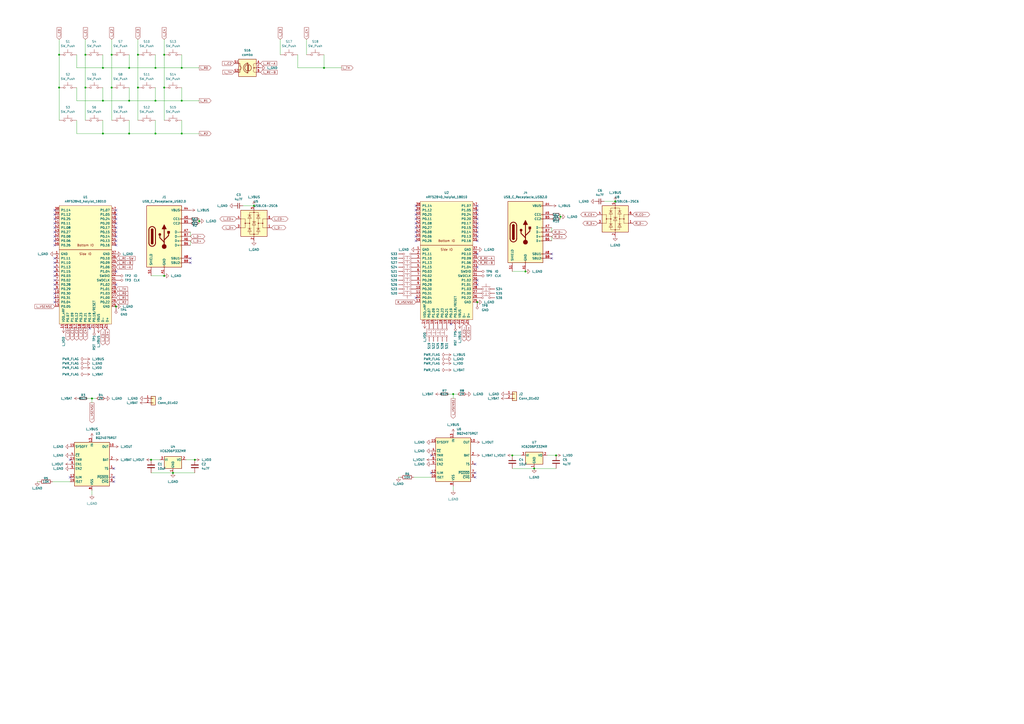
<source format=kicad_sch>
(kicad_sch (version 20211123) (generator eeschema)
  (paper "A2")
  (junction (at 87.63 266.7))
  (junction (at 74.93 77.47))
  (junction (at 64.77 31.75))
  (junction (at 34.29 50.8))
  (junction (at 59.69 39.37))
  (junction (at 74.93 39.37))
  (junction (at 59.69 77.47))
  (junction (at 304.8 157.48))
  (junction (at 356.87 116.84))
  (junction (at 80.01 50.8))
  (junction (at 59.69 58.42))
  (junction (at 325.12 125.73))
  (junction (at 322.58 264.16))
  (junction (at 49.53 50.8))
  (junction (at 80.01 31.75))
  (junction (at 53.34 231.14))
  (junction (at 90.17 39.37))
  (junction (at 74.93 58.42))
  (junction (at 34.29 31.75))
  (junction (at 113.03 266.7))
  (junction (at 49.53 31.75))
  (junction (at 297.18 264.16))
  (junction (at 187.96 39.37))
  (junction (at 90.17 77.47))
  (junction (at 147.32 119.38))
  (junction (at 95.25 50.8))
  (junction (at 90.17 58.42))
  (junction (at 105.41 58.42))
  (junction (at 115.57 128.27))
  (junction (at 100.33 274.32))
  (junction (at 105.41 39.37))
  (junction (at 105.41 77.47))
  (junction (at 64.77 50.8))
  (junction (at 95.25 31.75))
  (junction (at 67.31 177.8))
  (junction (at 309.88 271.78))
  (junction (at 95.25 160.02))
  (junction (at 262.89 228.6))
  (junction (at 276.86 175.26))
  (no_connect (at 276.86 121.92))
  (no_connect (at 66.04 271.78))
  (no_connect (at 276.86 139.7))
  (no_connect (at 276.86 137.16))
  (no_connect (at 276.86 154.94))
  (no_connect (at 31.75 121.92))
  (no_connect (at 276.86 162.56))
  (no_connect (at 276.86 129.54))
  (no_connect (at 276.86 119.38))
  (no_connect (at 241.3 127))
  (no_connect (at 241.3 124.46))
  (no_connect (at 276.86 134.62))
  (no_connect (at 67.31 157.48))
  (no_connect (at 67.31 165.1))
  (no_connect (at 31.75 157.48))
  (no_connect (at 31.75 160.02))
  (no_connect (at 31.75 165.1))
  (no_connect (at 31.75 162.56))
  (no_connect (at 31.75 154.94))
  (no_connect (at 31.75 175.26))
  (no_connect (at 31.75 149.86))
  (no_connect (at 31.75 172.72))
  (no_connect (at 31.75 170.18))
  (no_connect (at 31.75 167.64))
  (no_connect (at 52.07 190.5))
  (no_connect (at 241.3 139.7))
  (no_connect (at 275.59 276.86))
  (no_connect (at 275.59 274.32))
  (no_connect (at 275.59 269.24))
  (no_connect (at 320.04 149.86))
  (no_connect (at 250.19 264.16))
  (no_connect (at 241.3 172.72))
  (no_connect (at 67.31 121.92))
  (no_connect (at 241.3 132.08))
  (no_connect (at 110.49 152.4))
  (no_connect (at 110.49 149.86))
  (no_connect (at 31.75 152.4))
  (no_connect (at 241.3 119.38))
  (no_connect (at 276.86 147.32))
  (no_connect (at 320.04 147.32))
  (no_connect (at 276.86 165.1))
  (no_connect (at 40.64 276.86))
  (no_connect (at 66.04 276.86))
  (no_connect (at 66.04 279.4))
  (no_connect (at 241.3 137.16))
  (no_connect (at 276.86 127))
  (no_connect (at 31.75 137.16))
  (no_connect (at 31.75 134.62))
  (no_connect (at 31.75 139.7))
  (no_connect (at 31.75 142.24))
  (no_connect (at 31.75 124.46))
  (no_connect (at 31.75 132.08))
  (no_connect (at 31.75 129.54))
  (no_connect (at 31.75 127))
  (no_connect (at 67.31 124.46))
  (no_connect (at 67.31 134.62))
  (no_connect (at 67.31 137.16))
  (no_connect (at 67.31 127))
  (no_connect (at 67.31 129.54))
  (no_connect (at 67.31 132.08))
  (no_connect (at 67.31 142.24))
  (no_connect (at 67.31 139.7))
  (no_connect (at 40.64 266.7))
  (no_connect (at 250.19 274.32))
  (no_connect (at 276.86 132.08))
  (no_connect (at 276.86 124.46))
  (no_connect (at 261.62 187.96))
  (no_connect (at 241.3 134.62))
  (no_connect (at 241.3 121.92))
  (no_connect (at 241.3 129.54))
  (wire (pts (xy 265.43 228.6) (xy 262.89 228.6)))
  (wire (pts (xy 240.03 276.86) (xy 250.19 276.86)))
  (wire (pts (xy 115.57 127) (xy 115.57 128.27)))
  (wire (pts (xy 74.93 31.75) (xy 74.93 39.37)))
  (wire (pts (xy 53.34 287.02) (xy 53.34 284.48)))
  (wire (pts (xy 49.53 22.86) (xy 49.53 31.75)))
  (wire (pts (xy 44.45 58.42) (xy 59.69 58.42)))
  (wire (pts (xy 59.69 58.42) (xy 74.93 58.42)))
  (wire (pts (xy 320.04 132.08) (xy 320.04 134.62)))
  (wire (pts (xy 95.25 31.75) (xy 95.25 50.8)))
  (wire (pts (xy 107.95 266.7) (xy 113.03 266.7)))
  (wire (pts (xy 44.45 77.47) (xy 59.69 77.47)))
  (wire (pts (xy 59.69 31.75) (xy 59.69 39.37)))
  (wire (pts (xy 90.17 77.47) (xy 105.41 77.47)))
  (wire (pts (xy 162.56 22.86) (xy 162.56 31.75)))
  (wire (pts (xy 187.96 39.37) (xy 198.12 39.37)))
  (wire (pts (xy 262.89 284.48) (xy 262.89 281.94)))
  (wire (pts (xy 140.97 119.38) (xy 147.32 119.38)))
  (wire (pts (xy 297.18 157.48) (xy 304.8 157.48)))
  (wire (pts (xy 30.48 279.4) (xy 40.64 279.4)))
  (wire (pts (xy 64.77 50.8) (xy 64.77 69.85)))
  (wire (pts (xy 34.29 31.75) (xy 34.29 50.8)))
  (wire (pts (xy 309.88 271.78) (xy 322.58 271.78)))
  (wire (pts (xy 350.52 116.84) (xy 356.87 116.84)))
  (wire (pts (xy 64.77 22.86) (xy 64.77 31.75)))
  (wire (pts (xy 100.33 274.32) (xy 113.03 274.32)))
  (wire (pts (xy 110.49 139.7) (xy 110.49 142.24)))
  (wire (pts (xy 262.89 228.6) (xy 260.35 228.6)))
  (wire (pts (xy 325.12 124.46) (xy 325.12 125.73)))
  (wire (pts (xy 59.69 50.8) (xy 59.69 58.42)))
  (wire (pts (xy 177.8 22.86) (xy 177.8 31.75)))
  (wire (pts (xy 105.41 31.75) (xy 105.41 39.37)))
  (wire (pts (xy 74.93 39.37) (xy 59.69 39.37)))
  (wire (pts (xy 64.77 31.75) (xy 64.77 50.8)))
  (wire (pts (xy 105.41 69.85) (xy 105.41 77.47)))
  (wire (pts (xy 21.59 279.4) (xy 22.86 279.4)))
  (wire (pts (xy 320.04 137.16) (xy 320.04 139.7)))
  (wire (pts (xy 325.12 125.73) (xy 325.12 127)))
  (wire (pts (xy 59.69 69.85) (xy 59.69 77.47)))
  (wire (pts (xy 87.63 160.02) (xy 95.25 160.02)))
  (wire (pts (xy 110.49 134.62) (xy 110.49 137.16)))
  (wire (pts (xy 187.96 31.75) (xy 187.96 39.37)))
  (wire (pts (xy 59.69 39.37) (xy 44.45 39.37)))
  (wire (pts (xy 74.93 58.42) (xy 90.17 58.42)))
  (wire (pts (xy 105.41 77.47) (xy 115.57 77.47)))
  (wire (pts (xy 90.17 39.37) (xy 74.93 39.37)))
  (wire (pts (xy 231.14 276.86) (xy 232.41 276.86)))
  (wire (pts (xy 90.17 31.75) (xy 90.17 39.37)))
  (wire (pts (xy 53.34 231.14) (xy 50.8 231.14)))
  (wire (pts (xy 105.41 58.42) (xy 115.57 58.42)))
  (wire (pts (xy 87.63 266.7) (xy 92.71 266.7)))
  (wire (pts (xy 53.34 231.14) (xy 53.34 233.68)))
  (wire (pts (xy 55.88 231.14) (xy 53.34 231.14)))
  (wire (pts (xy 80.01 50.8) (xy 80.01 69.85)))
  (wire (pts (xy 44.45 50.8) (xy 44.45 58.42)))
  (wire (pts (xy 105.41 39.37) (xy 115.57 39.37)))
  (wire (pts (xy 115.57 128.27) (xy 115.57 129.54)))
  (wire (pts (xy 87.63 274.32) (xy 100.33 274.32)))
  (wire (pts (xy 90.17 69.85) (xy 90.17 77.47)))
  (wire (pts (xy 90.17 50.8) (xy 90.17 58.42)))
  (wire (pts (xy 80.01 22.86) (xy 80.01 31.75)))
  (wire (pts (xy 59.69 77.47) (xy 74.93 77.47)))
  (wire (pts (xy 95.25 50.8) (xy 95.25 69.85)))
  (wire (pts (xy 34.29 50.8) (xy 34.29 69.85)))
  (wire (pts (xy 44.45 69.85) (xy 44.45 77.47)))
  (wire (pts (xy 105.41 39.37) (xy 90.17 39.37)))
  (wire (pts (xy 172.72 31.75) (xy 172.72 39.37)))
  (wire (pts (xy 74.93 69.85) (xy 74.93 77.47)))
  (wire (pts (xy 105.41 50.8) (xy 105.41 58.42)))
  (wire (pts (xy 74.93 77.47) (xy 90.17 77.47)))
  (wire (pts (xy 297.18 264.16) (xy 302.26 264.16)))
  (wire (pts (xy 80.01 31.75) (xy 80.01 50.8)))
  (wire (pts (xy 172.72 39.37) (xy 187.96 39.37)))
  (wire (pts (xy 49.53 31.75) (xy 49.53 50.8)))
  (wire (pts (xy 34.29 22.86) (xy 34.29 31.75)))
  (wire (pts (xy 44.45 31.75) (xy 44.45 39.37)))
  (wire (pts (xy 90.17 58.42) (xy 105.41 58.42)))
  (wire (pts (xy 317.5 264.16) (xy 322.58 264.16)))
  (wire (pts (xy 74.93 50.8) (xy 74.93 58.42)))
  (wire (pts (xy 95.25 22.86) (xy 95.25 31.75)))
  (wire (pts (xy 262.89 228.6) (xy 262.89 231.14)))
  (wire (pts (xy 297.18 271.78) (xy 309.88 271.78)))
  (wire (pts (xy 49.53 50.8) (xy 49.53 69.85)))
  (global_label "L_R1" (shape output) (at 115.57 58.42 0) (property "Intersheet References" "${INTERSHEET_REFS}" (effects hide)))
  (global_label "L_TH" (shape output) (at 198.12 39.37 0) (property "Intersheet References" "${INTERSHEET_REFS}" (effects hide)))
  (global_label "R_CD-" (shape bidirectional) (at 269.24 187.96 270) (property "Intersheet References" "${INTERSHEET_REFS}" (effects hide)))
  (global_label "R_CD+" (shape bidirectional) (at 346.71 124.46 180) (property "Intersheet References" "${INTERSHEET_REFS}" (effects hide)))
  (global_label "L_C2" (shape input) (at 135.89 36.83 180) (property "Intersheet References" "${INTERSHEET_REFS}" (effects hide)))
  (global_label "L_D+" (shape bidirectional) (at 137.16 132.08 180) (property "Intersheet References" "${INTERSHEET_REFS}" (effects hide)))
  (global_label "L_TH" (shape input) (at 67.31 167.64 0) (property "Intersheet References" "${INTERSHEET_REFS}" (effects hide)))
  (global_label "L_VSENSE" (shape output) (at 262.89 231.14 270) (property "Intersheet References" "${INTERSHEET_REFS}" (effects hide)))
  (global_label "R_D+" (shape bidirectional) (at 346.71 129.54 180) (property "Intersheet References" "${INTERSHEET_REFS}" (effects hide)))
  (global_label "L_R0" (shape output) (at 115.57 39.37 0) (property "Intersheet References" "${INTERSHEET_REFS}" (effects hide)))
  (global_label "R_D-" (shape bidirectional) (at 320.04 134.62 0) (property "Intersheet References" "${INTERSHEET_REFS}" (effects hide)))
  (global_label "R_D+" (shape bidirectional) (at 320.04 137.2962 0) (property "Intersheet References" "${INTERSHEET_REFS}" (effects hide)))
  (global_label "R_D-" (shape bidirectional) (at 367.03 129.54 0) (property "Intersheet References" "${INTERSHEET_REFS}" (effects hide)))
  (global_label "R_RE-B" (shape input) (at 276.86 152.4 0) (property "Intersheet References" "${INTERSHEET_REFS}" (effects hide)))
  (global_label "L_VSENSE" (shape output) (at 53.34 233.68 270) (property "Intersheet References" "${INTERSHEET_REFS}" (effects hide)))
  (global_label "L_R2" (shape output) (at 115.57 77.47 0) (property "Intersheet References" "${INTERSHEET_REFS}" (effects hide)))
  (global_label "L_CD+" (shape bidirectional) (at 137.16 127 180) (property "Intersheet References" "${INTERSHEET_REFS}" (effects hide)))
  (global_label "L_C0" (shape output) (at 39.37 190.5 270) (property "Intersheet References" "${INTERSHEET_REFS}" (effects hide)))
  (global_label "R_VSENSE" (shape input) (at 241.3 175.26 180) (property "Intersheet References" "${INTERSHEET_REFS}" (effects hide)))
  (global_label "L_C2" (shape input) (at 64.77 22.86 90) (property "Intersheet References" "${INTERSHEET_REFS}" (effects hide)))
  (global_label "L_C4" (shape output) (at 49.53 190.5 270) (property "Intersheet References" "${INTERSHEET_REFS}" (effects hide)))
  (global_label "L_C3" (shape input) (at 162.56 22.86 90) (property "Intersheet References" "${INTERSHEET_REFS}" (effects hide)))
  (global_label "L_CD-" (shape bidirectional) (at 157.48 127 0) (property "Intersheet References" "${INTERSHEET_REFS}" (effects hide)))
  (global_label "L_R1" (shape input) (at 67.31 172.72 0) (property "Intersheet References" "${INTERSHEET_REFS}" (effects hide)))
  (global_label "L_R2" (shape input) (at 67.31 175.26 0) (property "Intersheet References" "${INTERSHEET_REFS}" (effects hide)))
  (global_label "L_RE-A" (shape input) (at 151.13 36.83 0) (property "Intersheet References" "${INTERSHEET_REFS}" (effects hide)))
  (global_label "L_VSENSE" (shape input) (at 31.75 177.8 180) (property "Intersheet References" "${INTERSHEET_REFS}" (effects hide)))
  (global_label "R_RE-A" (shape input) (at 276.86 149.86 0) (property "Intersheet References" "${INTERSHEET_REFS}" (effects hide)))
  (global_label "L_TH" (shape input) (at 135.89 41.91 180) (property "Intersheet References" "${INTERSHEET_REFS}" (effects hide)))
  (global_label "L_C0" (shape input) (at 34.29 22.86 90) (property "Intersheet References" "${INTERSHEET_REFS}" (effects hide)))
  (global_label "L_C3" (shape output) (at 46.99 190.5 270) (property "Intersheet References" "${INTERSHEET_REFS}" (effects hide)))
  (global_label "L_C4" (shape input) (at 177.8 22.86 90) (property "Intersheet References" "${INTERSHEET_REFS}" (effects hide)))
  (global_label "R_CD+" (shape bidirectional) (at 271.78 187.96 270) (property "Intersheet References" "${INTERSHEET_REFS}" (effects hide)))
  (global_label "L_R0" (shape input) (at 67.31 170.18 0) (property "Intersheet References" "${INTERSHEET_REFS}" (effects hide)))
  (global_label "L_RE-SW" (shape input) (at 67.31 149.86 0) (property "Intersheet References" "${INTERSHEET_REFS}" (effects hide)))
  (global_label "L_RE-B" (shape input) (at 67.31 152.4 0) (property "Intersheet References" "${INTERSHEET_REFS}" (effects hide)))
  (global_label "L_RE-A" (shape input) (at 67.31 154.94 0) (property "Intersheet References" "${INTERSHEET_REFS}" (effects hide)))
  (global_label "L_C2" (shape output) (at 44.45 190.5 270) (property "Intersheet References" "${INTERSHEET_REFS}" (effects hide)))
  (global_label "R_CD-" (shape bidirectional) (at 367.03 124.46 0) (property "Intersheet References" "${INTERSHEET_REFS}" (effects hide)))
  (global_label "L_C4" (shape input) (at 95.25 22.86 90) (property "Intersheet References" "${INTERSHEET_REFS}" (effects hide)))
  (global_label "L_RE-B" (shape input) (at 151.13 41.91 0) (property "Intersheet References" "${INTERSHEET_REFS}" (effects hide)))
  (global_label "L_C3" (shape input) (at 80.01 22.86 90) (property "Intersheet References" "${INTERSHEET_REFS}" (effects hide)))
  (global_label "L_D+" (shape bidirectional) (at 110.49 139.8362 0) (property "Intersheet References" "${INTERSHEET_REFS}" (effects hide)))
  (global_label "L_C1" (shape output) (at 41.91 190.5 270) (property "Intersheet References" "${INTERSHEET_REFS}" (effects hide)))
  (global_label "L_CD+" (shape bidirectional) (at 62.23 190.5 270) (property "Intersheet References" "${INTERSHEET_REFS}" (effects hide)))
  (global_label "L_CD-" (shape bidirectional) (at 59.69 190.5 270) (property "Intersheet References" "${INTERSHEET_REFS}" (effects hide)))
  (global_label "L_D-" (shape bidirectional) (at 157.48 132.08 0) (property "Intersheet References" "${INTERSHEET_REFS}" (effects hide)))
  (global_label "L_C1" (shape input) (at 49.53 22.86 90) (property "Intersheet References" "${INTERSHEET_REFS}" (effects hide)))
  (global_label "L_D-" (shape bidirectional) (at 110.49 137.16 0) (property "Intersheet References" "${INTERSHEET_REFS}" (effects hide)))
  (symbol (lib_id "neopower:L_VBUS") (at 49.53 208.28 270) (mirror x) (unit 1)
    (property "Reference" "#PWR019" (effects hide))
    (property "Value" "L_VBUS" (at 53.34 208.2801 90) (effects (justify left)))
  )
  (symbol (lib_id "neopower:L_GND") (at 276.86 175.26 90) (unit 1)
    (property "Reference" "#PWR049" (effects hide))
    (property "Value" "R_GND" (at 280.67 175.2599 90) (effects (justify right)))
  )
  (symbol (lib_id "Switch:SW_Push") (at 236.22 160.02 180) (unit 1)
    (property "Reference" "S32" (at 228.6 160.02 0))
    (property "Value" "SW_Push" (effects hide))
    (property "Footprint" "switches:Choc_PG1350_Choc_Spacing" (effects hide))
  )
  (symbol (lib_id "neopower:L_VBUS") (at 320.04 119.38 270) (unit 1)
    (property "Reference" "#PWR055" (effects hide))
    (property "Value" "R_VBUS" (at 323.85 119.3799 90) (effects (justify left)))
  )
  (symbol (lib_id "neopower:L_GND") (at 309.88 271.78 0) (unit 1)
    (property "Reference" "#PWR054" (effects hide))
    (property "Value" "R_GND" (at 309.88 276.86 0))
  )
  (symbol (lib_id "neopower:L_VBAT") (at 49.53 217.17 270) (unit 1)
    (property "Reference" "#PWR022" (effects hide))
    (property "Value" "L_VBAT" (at 53.34 217.1699 90) (effects (justify left)))
  )
  (symbol (lib_id "power:PWR_FLAG") (at 49.53 208.28 90) (unit 1)
    (property "Reference" "#FLG01" (effects hide))
    (property "Value" "PWR_FLAG" (at 45.72 208.2799 90) (effects (justify left)))
  )
  (symbol (lib_id "power:PWR_FLAG") (at 49.53 217.17 90) (unit 1)
    (property "Reference" "#FLG04" (effects hide))
    (property "Value" "PWR_FLAG" (at 45.72 217.1699 90) (effects (justify left)))
  )
  (symbol (lib_id "Device:R_Small") (at 58.42 231.14 270) (unit 1)
    (property "Reference" "R4" (at 58.42 229.235 90))
    (property "Value" "2M" (at 58.42 231.14 90))
    (property "Footprint" "Resistor_SMD:R_0805_2012Metric_Pad1.20x1.40mm_HandSolder" (effects hide))
  )
  (symbol (lib_id "marbastlib-various:nRF52840_holyiot_18010") (at 259.08 151.13 0) (unit 1)
    (property "Reference" "U2" (at 259.08 111.76 0))
    (property "Value" "nRF52840_holyiot_18010" (at 259.08 114.3 0))
    (property "Footprint" "marbastlib-various:nRF52840_holyiot_18010_HS_simple" (effects hide))
    (property "Datasheet" "http://www.holyiot.com/tp/2019042516322180424.pdf" (effects hide))
  )
  (symbol (lib_id "neopower:L_VBAT") (at 293.37 231.14 90) (unit 1)
    (property "Reference" "#PWR051" (effects hide))
    (property "Value" "R_VBAT" (at 289.56 231.1399 90) (effects (justify left)))
  )
  (symbol (lib_id "power:PWR_FLAG") (at 259.08 205.74 90) (unit 1)
    (property "Reference" "#FLG05" (effects hide))
    (property "Value" "PWR_FLAG" (at 255.27 205.7399 90) (effects (justify left)))
  )
  (symbol (lib_id "Switch:SW_Push") (at 236.22 147.32 180) (unit 1)
    (property "Reference" "S33" (at 228.6 147.32 0))
    (property "Value" "SW_Push" (effects hide))
    (property "Footprint" "switches:Choc_PG1350_Choc_Spacing" (effects hide))
  )
  (symbol (lib_id "Switch:SW_Push") (at 54.61 31.75 0) (unit 1)
    (property "Reference" "S4" (at 54.61 24.13 0))
    (property "Value" "SW_Push" (at 54.61 26.67 0))
    (property "Footprint" "reee:Choc_PG1350_Tight" (effects hide))
  )
  (symbol (lib_id "neopower:L_VBUS") (at 53.34 254 0) (unit 1)
    (property "Reference" "#PWR06" (effects hide))
    (property "Value" "L_VBUS" (at 53.34 248.92 0))
  )
  (symbol (lib_id "neopower:L_VBUS") (at 57.15 190.5 180) (unit 1)
    (property "Reference" "#PWR015" (effects hide))
    (property "Value" "L_VBUS" (at 57.15 198.12 90))
  )
  (symbol (lib_id "Device:R") (at 236.22 276.86 90) (mirror x) (unit 1)
    (property "Reference" "R6" (at 236.22 274.955 90))
    (property "Value" "10K" (at 236.22 276.86 90))
    (property "Footprint" "Resistor_SMD:R_0805_2012Metric_Pad1.20x1.40mm_HandSolder" (effects hide))
  )
  (symbol (lib_id "Switch:SW_Push") (at 39.37 50.8 0) (unit 1)
    (property "Reference" "S2" (at 39.37 43.18 0))
    (property "Value" "SW_Push" (at 39.37 45.72 0))
    (property "Footprint" "reee:Choc_PG1350_Tight" (effects hide))
  )
  (symbol (lib_id "neopower:L_VOUT") (at 275.59 256.54 270) (unit 1)
    (property "Reference" "#PWR046" (effects hide))
    (property "Value" "R_VOUT" (at 279.4 256.5399 90) (effects (justify left)))
  )
  (symbol (lib_id "Connector:TestPoint_Alt") (at 276.86 157.48 270) (unit 1)
    (property "Reference" "TP6" (at 281.94 157.48 90) (effects (justify left)))
    (property "Value" "IO" (at 287.02 157.48 90) (effects (justify left)))
    (property "Footprint" "TestPoint:TestPoint_Pad_2.0x2.0mm" (effects hide))
  )
  (symbol (lib_id "Device:R") (at 26.67 279.4 90) (mirror x) (unit 1)
    (property "Reference" "R5" (at 26.67 277.495 90))
    (property "Value" "10K" (at 26.67 279.4 90))
    (property "Footprint" "Resistor_SMD:R_0805_2012Metric_Pad1.20x1.40mm_HandSolder" (effects hide))
  )
  (symbol (lib_id "neopower:L_VBUS") (at 147.32 119.38 0) (unit 1)
    (property "Reference" "#PWR026" (effects hide))
    (property "Value" "L_VBUS" (at 147.32 114.3 0))
  )
  (symbol (lib_id "Switch:SW_Push") (at 182.88 31.75 0) (unit 1)
    (property "Reference" "S18" (at 182.88 24.13 0))
    (property "Value" "SW_Push" (at 182.88 26.67 0))
    (property "Footprint" "reee:Choc_PG1350_Tight" (effects hide))
  )
  (symbol (lib_id "neopower:L_GND") (at 250.19 261.62 270) (unit 1)
    (property "Reference" "#PWR034" (effects hide))
    (property "Value" "R_GND" (at 246.38 261.6199 90) (effects (justify right)))
  )
  (symbol (lib_id "Switch:SW_Push") (at 248.92 193.04 90) (mirror x) (unit 1)
    (property "Reference" "S19" (at 248.92 200.66 0))
    (property "Value" "SW_Push" (effects hide))
    (property "Footprint" "switches:Choc_PG1350_Choc_Spacing" (effects hide))
  )
  (symbol (lib_id "Device:C_Small") (at 138.43 119.38 90) (unit 1)
    (property "Reference" "C3" (at 138.4363 113.03 90))
    (property "Value" "4u7F" (at 138.4363 115.57 90))
    (property "Footprint" "Capacitor_SMD:C_0805_2012Metric_Pad1.18x1.45mm_HandSolder" (effects hide))
  )
  (symbol (lib_id "Regulator_Linear:XC6206PxxxMR") (at 309.88 264.16 0) (unit 1)
    (property "Reference" "U7" (at 309.88 256.54 0))
    (property "Value" "XC6206P332MR" (at 309.88 259.08 0))
    (property "Footprint" "Package_TO_SOT_SMD:SOT-23" (effects hide))
    (property "Datasheet" "https://www.torexsemi.com/file/xc6206/XC6206.pdf" (effects hide))
  )
  (symbol (lib_id "Connector:TestPoint_Alt") (at 276.86 160.02 270) (unit 1)
    (property "Reference" "TP7" (at 281.94 160.02 90) (effects (justify left)))
    (property "Value" "CLK" (at 287.02 160.02 90) (effects (justify left)))
    (property "Footprint" "TestPoint:TestPoint_Pad_2.0x2.0mm" (effects hide))
  )
  (symbol (lib_id "marbastlib-various:nRF52840_holyiot_18010") (at 49.53 153.67 0) (unit 1)
    (property "Reference" "U1" (at 49.53 114.3 0))
    (property "Value" "nRF52840_holyiot_18010" (at 49.53 116.84 0))
    (property "Footprint" "marbastlib-various:nRF52840_holyiot_18010_HS_simple" (effects hide))
    (property "Datasheet" "http://www.holyiot.com/tp/2019042516322180424.pdf" (effects hide))
  )
  (symbol (lib_id "neopower:L_GND") (at 31.75 147.32 270) (unit 1)
    (property "Reference" "#PWR03" (effects hide))
    (property "Value" "L_GND" (at 27.94 147.3199 90) (effects (justify right)))
  )
  (symbol (lib_id "neopower:L_GND") (at 60.96 231.14 90) (unit 1)
    (property "Reference" "#PWR0101" (effects hide))
    (property "Value" "L_GND" (at 64.77 231.1399 90) (effects (justify right)))
  )
  (symbol (lib_id "Device:C") (at 113.03 270.51 0) (unit 1)
    (property "Reference" "C2" (at 116.84 269.2399 0) (effects (justify left)))
    (property "Value" "4u7F" (at 116.84 271.7799 0) (effects (justify left)))
    (property "Footprint" "Capacitor_SMD:C_0805_2012Metric_Pad1.18x1.45mm_HandSolder" (effects hide))
  )
  (symbol (lib_id "Device:R_Small") (at 113.03 127 270) (unit 1)
    (property "Reference" "R1" (at 113.03 128.27 90))
    (property "Value" "5K1" (at 113.03 127 90))
    (property "Footprint" "Resistor_SMD:R_0805_2012Metric_Pad1.20x1.40mm_HandSolder" (effects hide))
  )
  (symbol (lib_id "neopower:L_GND") (at 250.19 256.54 270) (unit 1)
    (property "Reference" "#PWR033" (effects hide))
    (property "Value" "R_GND" (at 246.38 256.5399 90) (effects (justify right)))
  )
  (symbol (lib_id "neopower:L_VBAT") (at 83.82 233.68 90) (unit 1)
    (property "Reference" "#PWR029" (effects hide))
    (property "Value" "L_VBAT" (at 80.01 233.6799 90) (effects (justify left)))
  )
  (symbol (lib_id "Switch:SW_Push") (at 69.85 69.85 0) (unit 1)
    (property "Reference" "S9" (at 69.85 62.23 0))
    (property "Value" "SW_Push" (at 69.85 64.77 0))
    (property "Footprint" "reee:Choc_PG1350_Tight" (effects hide))
  )
  (symbol (lib_id "neopower:L_GND") (at 95.25 160.02 90) (unit 1)
    (property "Reference" "#PWR05" (effects hide))
    (property "Value" "L_GND" (at 99.06 160.0199 90) (effects (justify right)))
  )
  (symbol (lib_id "Device:C") (at 297.18 267.97 0) (unit 1)
    (property "Reference" "C4" (at 300.99 266.6999 0) (effects (justify left)))
    (property "Value" "10uF" (at 300.99 269.2399 0) (effects (justify left)))
    (property "Footprint" "Capacitor_SMD:C_0805_2012Metric_Pad1.18x1.45mm_HandSolder" (effects hide))
  )
  (symbol (lib_id "neopower:L_GND") (at 293.37 228.6 270) (unit 1)
    (property "Reference" "#PWR050" (effects hide))
    (property "Value" "R_GND" (at 289.56 228.5999 90) (effects (justify right)))
  )
  (symbol (lib_id "neopower:L_GND") (at 40.64 271.78 270) (unit 1)
    (property "Reference" "#PWR013" (effects hide))
    (property "Value" "L_GND" (at 36.83 271.7799 90) (effects (justify right)))
  )
  (symbol (lib_id "neopower:L_VOUT") (at 87.63 266.7 90) (unit 1)
    (property "Reference" "#PWR023" (effects hide))
    (property "Value" "L_VOUT" (at 83.82 266.6999 90) (effects (justify left)))
  )
  (symbol (lib_id "neopower:L_GND") (at 100.33 274.32 0) (unit 1)
    (property "Reference" "#PWR025" (effects hide))
    (property "Value" "L_GND" (at 100.33 279.4 0))
  )
  (symbol (lib_id "Switch:SW_Push") (at 236.22 162.56 180) (unit 1)
    (property "Reference" "S29" (at 228.6 162.56 0))
    (property "Value" "SW_Push" (effects hide))
    (property "Footprint" "switches:Choc_PG1350_Choc_Spacing" (effects hide))
  )
  (symbol (lib_id "Device:C") (at 87.63 270.51 0) (unit 1)
    (property "Reference" "C1" (at 91.44 269.2399 0) (effects (justify left)))
    (property "Value" "10uF" (at 91.44 271.7799 0) (effects (justify left)))
    (property "Footprint" "Capacitor_SMD:C_0805_2012Metric_Pad1.18x1.45mm_HandSolder" (effects hide))
  )
  (symbol (lib_id "neopower:L_GND") (at 67.31 177.8 90) (unit 1)
    (property "Reference" "#PWR09" (effects hide))
    (property "Value" "L_GND" (at 71.12 177.7999 90) (effects (justify right)))
  )
  (symbol (lib_id "Switch:SW_Push") (at 85.09 50.8 0) (unit 1)
    (property "Reference" "S11" (at 85.09 43.18 0))
    (property "Value" "SW_Push" (at 85.09 45.72 0))
    (property "Footprint" "reee:Choc_PG1350_Tight" (effects hide))
  )
  (symbol (lib_id "Power_Protection:USBLC6-2SC6") (at 356.87 127 0) (mirror y) (unit 1)
    (property "Reference" "U8" (at 356.6413 114.3 0) (effects (justify right)))
    (property "Value" "USBLC6-2SC6" (at 356.6413 116.84 0) (effects (justify right)))
    (property "Footprint" "Package_TO_SOT_SMD:SOT-23-6" (effects hide))
    (property "Datasheet" "https://www.st.com/resource/en/datasheet/usblc6-2.pdf" (effects hide))
  )
  (symbol (lib_id "neopower:L_GND") (at 259.08 208.28 90) (mirror x) (unit 1)
    (property "Reference" "#PWR039" (effects hide))
    (property "Value" "R_GND" (at 262.89 208.2799 90) (effects (justify right)))
  )
  (symbol (lib_id "Connector:TestPoint_Alt") (at 276.86 175.26 180) (unit 1)
    (property "Reference" "TP8" (at 279.4 177.2919 0) (effects (justify right)))
    (property "Value" "GND" (at 279.4 179.8319 0) (effects (justify right)))
    (property "Footprint" "TestPoint:TestPoint_Pad_2.0x2.0mm" (effects hide))
  )
  (symbol (lib_id "Connector:USB_C_Receptacle_USB2.0") (at 95.25 137.16 0) (unit 1)
    (property "Reference" "J1" (at 95.25 114.3 0))
    (property "Value" "USB_C_Receptacle_USB2.0" (at 95.25 116.84 0))
    (property "Footprint" "marbastlib-various:USB_C_Receptacle_HRO_TYPE-C-31-M-14" (effects hide))
    (property "Datasheet" "https://www.usb.org/sites/default/files/documents/usb_type-c.zip" (effects hide))
  )
  (symbol (lib_id "neopower:L_GND") (at 250.19 269.24 270) (unit 1)
    (property "Reference" "#PWR036" (effects hide))
    (property "Value" "R_GND" (at 246.38 269.2399 90) (effects (justify right)))
  )
  (symbol (lib_id "neopower:L_VBUS") (at 259.08 205.74 270) (mirror x) (unit 1)
    (property "Reference" "#PWR038" (effects hide))
    (property "Value" "R_VBUS" (at 262.89 205.7399 90) (effects (justify left)))
  )
  (symbol (lib_id "Battery_Management:BQ24075RGT") (at 53.34 269.24 0) (unit 1)
    (property "Reference" "U3" (at 55.3594 251.46 0) (effects (justify left)))
    (property "Value" "BQ24075RGT" (at 55.3594 254 0) (effects (justify left)))
    (property "Footprint" "Package_DFN_QFN:VQFN-16-1EP_3x3mm_P0.5mm_EP1.68x1.68mm_ThermalVias" (effects hide))
    (property "Datasheet" "http://www.ti.com/lit/ds/symlink/bq24075.pdf" (effects hide))
  )
  (symbol (lib_id "neopower:L_GND") (at 21.59 279.4 0) (mirror y) (unit 1)
    (property "Reference" "#PWR016" (effects hide))
    (property "Value" "L_GND" (at 21.59 283.21 0))
  )
  (symbol (lib_id "Switch:SW_Push") (at 39.37 31.75 0) (unit 1)
    (property "Reference" "S1" (at 39.37 24.13 0))
    (property "Value" "SW_Push" (at 39.37 26.67 0))
    (property "Footprint" "reee:Choc_PG1350_Tight" (effects hide))
  )
  (symbol (lib_id "Switch:SW_Push") (at 54.61 50.8 0) (unit 1)
    (property "Reference" "S5" (at 54.61 43.18 0))
    (property "Value" "SW_Push" (at 54.61 45.72 0))
    (property "Footprint" "reee:Choc_PG1350_Tight" (effects hide))
  )
  (symbol (lib_id "Switch:SW_Push") (at 69.85 31.75 0) (unit 1)
    (property "Reference" "S7" (at 69.85 24.13 0))
    (property "Value" "SW_Push" (at 69.85 26.67 0))
    (property "Footprint" "reee:Choc_PG1350_Tight" (effects hide))
  )
  (symbol (lib_id "Device:R_Small") (at 48.26 231.14 90) (unit 1)
    (property "Reference" "R3" (at 48.26 229.235 90))
    (property "Value" "802K" (at 48.26 231.14 90))
    (property "Footprint" "Resistor_SMD:R_0805_2012Metric_Pad1.20x1.40mm_HandSolder" (effects hide))
  )
  (symbol (lib_id "neopower:L_VOUT") (at 40.64 269.24 90) (unit 1)
    (property "Reference" "#PWR012" (effects hide))
    (property "Value" "L_VOUT" (at 36.83 269.2399 90) (effects (justify left)))
  )
  (symbol (lib_id "Switch:SW_Push") (at 236.22 157.48 180) (unit 1)
    (property "Reference" "S21" (at 228.6 157.48 0))
    (property "Value" "SW_Push" (effects hide))
    (property "Footprint" "switches:Choc_PG1350_Choc_Spacing" (effects hide))
  )
  (symbol (lib_id "Connector:TestPoint_Alt") (at 67.31 177.8 180) (unit 1)
    (property "Reference" "TP4" (at 69.85 179.8319 0) (effects (justify right)))
    (property "Value" "GND" (at 69.85 182.3719 0) (effects (justify right)))
    (property "Footprint" "TestPoint:TestPoint_Pad_2.0x2.0mm" (effects hide))
  )
  (symbol (lib_id "neopower:L_GND") (at 231.14 276.86 0) (mirror y) (unit 1)
    (property "Reference" "#PWR017" (effects hide))
    (property "Value" "R_GND" (at 231.14 280.67 0))
  )
  (symbol (lib_id "Switch:SW_Push") (at 100.33 50.8 0) (unit 1)
    (property "Reference" "S14" (at 100.33 43.18 0))
    (property "Value" "SW_Push" (at 100.33 45.72 0))
    (property "Footprint" "reee:Choc_PG1350_Tight" (effects hide))
  )
  (symbol (lib_id "Switch:SW_Push") (at 236.22 165.1 180) (unit 1)
    (property "Reference" "S26" (at 228.6 165.1 0))
    (property "Value" "SW_Push" (effects hide))
    (property "Footprint" "switches:Choc_PG1350_Choc_Spacing" (effects hide))
  )
  (symbol (lib_id "Connector_Generic:Conn_01x02") (at 88.9 231.14 0) (unit 1)
    (property "Reference" "J3" (at 91.44 231.1399 0) (effects (justify left)))
    (property "Value" "Conn_01x02" (at 91.44 233.6799 0) (effects (justify left)))
    (property "Footprint" "Connector_JST:JST_PH_S2B-PH-K_1x02_P2.00mm_Horizontal" (effects hide))
  )
  (symbol (lib_id "Switch:SW_Push") (at 100.33 31.75 0) (unit 1)
    (property "Reference" "S13" (at 100.33 24.13 0))
    (property "Value" "SW_Push" (at 100.33 26.67 0))
    (property "Footprint" "reee:Choc_PG1350_Tight" (effects hide))
  )
  (symbol (lib_id "neopower:L_GND") (at 262.89 284.48 0) (unit 1)
    (property "Reference" "#PWR043" (effects hide))
    (property "Value" "R_GND" (at 262.89 289.56 0))
  )
  (symbol (lib_id "Switch:SW_Push") (at 281.94 170.18 0) (unit 1)
    (property "Reference" "S35" (at 289.56 170.18 0))
    (property "Value" "SW_Push" (effects hide))
    (property "Footprint" "switches:Choc_PG1350_Choc_Spacing" (effects hide))
  )
  (symbol (lib_id "neopower:L_VBUS") (at 266.7 187.96 180) (unit 1)
    (property "Reference" "#PWR044" (effects hide))
    (property "Value" "R_VBUS" (at 266.7 195.58 90))
  )
  (symbol (lib_id "neopower:L_VOUT") (at 250.19 266.7 90) (unit 1)
    (property "Reference" "#PWR035" (effects hide))
    (property "Value" "R_VOUT" (at 246.38 266.6999 90) (effects (justify left)))
  )
  (symbol (lib_id "Switch:SW_Push") (at 251.46 193.04 90) (mirror x) (unit 1)
    (property "Reference" "S22" (at 251.46 200.66 0))
    (property "Value" "SW_Push" (effects hide))
    (property "Footprint" "switches:Choc_PG1350_Choc_Spacing" (effects hide))
  )
  (symbol (lib_id "power:PWR_FLAG") (at 259.08 208.28 90) (unit 1)
    (property "Reference" "#FLG06" (effects hide))
    (property "Value" "PWR_FLAG" (at 255.27 208.2799 90) (effects (justify left)))
  )
  (symbol (lib_id "neopower:L_VOUT") (at 66.04 259.08 270) (unit 1)
    (property "Reference" "#PWR08" (effects hide))
    (property "Value" "L_VOUT" (at 69.85 259.0799 90) (effects (justify left)))
  )
  (symbol (lib_id "neopower:L_GND") (at 325.12 125.73 90) (unit 1)
    (property "Reference" "#PWR057" (effects hide))
    (property "Value" "R_GND" (at 328.93 125.7299 90) (effects (justify right)))
  )
  (symbol (lib_id "neopower:L_VDD") (at 36.83 190.5 180) (unit 1)
    (property "Reference" "#PWR014" (effects hide))
    (property "Value" "L_VDD" (at 36.83 198.12 90))
  )
  (symbol (lib_id "Device:RotaryEncoder_Switch") (at 143.51 39.37 0) (mirror y) (unit 1)
    (property "Reference" "S16" (at 143.51 29.21 0))
    (property "Value" "combo" (at 143.51 31.75 0))
    (property "Footprint" "reee:Choc_PG1350_Tight__EVQWGD001__Combo" (effects hide))
  )
  (symbol (lib_id "neopower:L_VDD") (at 49.53 213.36 270) (mirror x) (unit 1)
    (property "Reference" "#PWR021" (effects hide))
    (property "Value" "L_VDD" (at 53.34 213.3601 90) (effects (justify left)))
  )
  (symbol (lib_id "neopower:L_GND") (at 270.51 228.6 90) (unit 1)
    (property "Reference" "#PWR045" (effects hide))
    (property "Value" "R_GND" (at 274.32 228.5999 90) (effects (justify right)))
  )
  (symbol (lib_id "neopower:L_GND") (at 40.64 264.16 270) (unit 1)
    (property "Reference" "#PWR010" (effects hide))
    (property "Value" "L_GND" (at 36.83 264.1599 90) (effects (justify right)))
  )
  (symbol (lib_id "neopower:L_GND") (at 276.86 144.78 90) (unit 1)
    (property "Reference" "#PWR048" (effects hide))
    (property "Value" "R_GND" (at 280.67 144.7799 90) (effects (justify right)))
  )
  (symbol (lib_id "neopower:L_GND") (at 147.32 139.7 0) (unit 1)
    (property "Reference" "#PWR027" (effects hide))
    (property "Value" "L_GND" (at 147.32 144.78 0))
  )
  (symbol (lib_id "neopower:L_VBAT") (at 275.59 264.16 270) (unit 1)
    (property "Reference" "#PWR047" (effects hide))
    (property "Value" "R_VBAT" (at 279.4 264.1599 90) (effects (justify left)))
  )
  (symbol (lib_id "Device:C_Small") (at 347.98 116.84 90) (unit 1)
    (property "Reference" "C6" (at 347.9863 110.49 90))
    (property "Value" "4u7F" (at 347.9863 113.03 90))
    (property "Footprint" "Capacitor_SMD:C_0805_2012Metric_Pad1.18x1.45mm_HandSolder" (effects hide))
  )
  (symbol (lib_id "neopower:L_GND") (at 115.57 128.27 90) (unit 1)
    (property "Reference" "#PWR02" (effects hide))
    (property "Value" "L_GND" (at 119.38 128.2699 90) (effects (justify right)))
  )
  (symbol (lib_id "Connector:USB_C_Receptacle_USB2.0") (at 304.8 134.62 0) (unit 1)
    (property "Reference" "J4" (at 304.8 111.76 0))
    (property "Value" "USB_C_Receptacle_USB2.0" (at 304.8 114.3 0))
    (property "Footprint" "marbastlib-various:USB_C_Receptacle_HRO_TYPE-C-31-M-14" (effects hide))
    (property "Datasheet" "https://www.usb.org/sites/default/files/documents/usb_type-c.zip" (effects hide))
  )
  (symbol (lib_id "neopower:L_VBAT") (at 66.04 266.7 270) (unit 1)
    (property "Reference" "#PWR011" (effects hide))
    (property "Value" "L_VBAT" (at 69.85 266.6999 90) (effects (justify left)))
  )
  (symbol (lib_id "neopower:L_VDD") (at 259.08 210.82 270) (mirror x) (unit 1)
    (property "Reference" "#PWR040" (effects hide))
    (property "Value" "R_VDD" (at 262.89 210.8199 90) (effects (justify left)))
  )
  (symbol (lib_id "power:PWR_FLAG") (at 259.08 210.82 90) (unit 1)
    (property "Reference" "#FLG07" (effects hide))
    (property "Value" "PWR_FLAG" (at 255.27 210.8199 90) (effects (justify left)))
  )
  (symbol (lib_id "Battery_Management:BQ24075RGT") (at 262.89 266.7 0) (unit 1)
    (property "Reference" "U6" (at 264.9094 248.92 0) (effects (justify left)))
    (property "Value" "BQ24075RGT" (at 264.9094 251.46 0) (effects (justify left)))
    (property "Footprint" "Package_DFN_QFN:VQFN-16-1EP_3x3mm_P0.5mm_EP1.68x1.68mm_ThermalVias" (effects hide))
    (property "Datasheet" "http://www.ti.com/lit/ds/symlink/bq24075.pdf" (effects hide))
  )
  (symbol (lib_id "neopower:L_GND") (at 49.53 210.82 90) (mirror x) (unit 1)
    (property "Reference" "#PWR020" (effects hide))
    (property "Value" "L_GND" (at 53.34 210.8201 90) (effects (justify right)))
  )
  (symbol (lib_id "neopower:L_VBUS") (at 262.89 251.46 0) (unit 1)
    (property "Reference" "#PWR042" (effects hide))
    (property "Value" "R_VBUS" (at 262.89 246.38 0))
  )
  (symbol (lib_id "neopower:L_VDD") (at 246.38 187.96 180) (unit 1)
    (property "Reference" "#PWR032" (effects hide))
    (property "Value" "R_VDD" (at 246.38 195.58 90))
  )
  (symbol (lib_id "neopower:L_VBAT") (at 255.27 228.6 90) (unit 1)
    (property "Reference" "#PWR037" (effects hide))
    (property "Value" "R_VBAT" (at 251.46 228.5999 90) (effects (justify left)))
  )
  (symbol (lib_id "power:PWR_FLAG") (at 49.53 213.36 90) (unit 1)
    (property "Reference" "#FLG03" (effects hide))
    (property "Value" "PWR_FLAG" (at 45.72 213.3599 90) (effects (justify left)))
  )
  (symbol (lib_id "neopower:L_GND") (at 83.82 231.14 270) (unit 1)
    (property "Reference" "#PWR028" (effects hide))
    (property "Value" "L_GND" (at 80.01 231.1399 90) (effects (justify right)))
  )
  (symbol (lib_id "Switch:SW_Push") (at 54.61 69.85 0) (unit 1)
    (property "Reference" "S6" (at 54.61 62.23 0))
    (property "Value" "SW_Push" (at 54.61 64.77 0))
    (property "Footprint" "reee:Choc_PG1350_Tight" (effects hide))
  )
  (symbol (lib_id "Power_Protection:USBLC6-2SC6") (at 147.32 129.54 0) (mirror y) (unit 1)
    (property "Reference" "U5" (at 147.0913 116.84 0) (effects (justify right)))
    (property "Value" "USBLC6-2SC6" (at 147.0913 119.38 0) (effects (justify right)))
    (property "Footprint" "Package_TO_SOT_SMD:SOT-23-6" (effects hide))
    (property "Datasheet" "https://www.st.com/resource/en/datasheet/usblc6-2.pdf" (effects hide))
  )
  (symbol (lib_id "neopower:L_VBAT") (at 259.08 214.63 270) (unit 1)
    (property "Reference" "#PWR041" (effects hide))
    (property "Value" "R_VBAT" (at 262.89 214.6299 90) (effects (justify left)))
  )
  (symbol (lib_id "neopower:L_VOUT") (at 297.18 264.16 90) (unit 1)
    (property "Reference" "#PWR052" (effects hide))
    (property "Value" "R_VOUT" (at 293.37 264.1599 90) (effects (justify left)))
  )
  (symbol (lib_id "neopower:L_VBUS") (at 356.87 116.84 0) (unit 1)
    (property "Reference" "#PWR059" (effects hide))
    (property "Value" "R_VBUS" (at 356.87 111.76 0))
  )
  (symbol (lib_id "Switch:SW_Push") (at 236.22 149.86 180) (unit 1)
    (property "Reference" "S30" (at 228.6 149.86 0))
    (property "Value" "SW_Push" (effects hide))
    (property "Footprint" "switches:Choc_PG1350_Choc_Spacing" (effects hide))
  )
  (symbol (lib_id "Switch:SW_Push") (at 259.08 193.04 90) (mirror x) (unit 1)
    (property "Reference" "S31" (at 259.08 200.66 0))
    (property "Value" "SW_Push" (effects hide))
    (property "Footprint" "switches:Choc_PG1350_Choc_Spacing" (effects hide))
  )
  (symbol (lib_id "neopower:L_VDD") (at 113.03 266.7 270) (unit 1)
    (property "Reference" "#PWR024" (effects hide))
    (property "Value" "L_VDD" (at 116.84 266.6999 90) (effects (justify left)))
  )
  (symbol (lib_id "neopower:L_GND") (at 151.13 39.37 90) (mirror x) (unit 1)
    (property "Reference" "#PWR0103" (effects hide))
    (property "Value" "L_GND" (at 154.94 39.3699 90) (effects (justify right)))
  )
  (symbol (lib_id "Regulator_Linear:XC6206PxxxMR") (at 100.33 266.7 0) (unit 1)
    (property "Reference" "U4" (at 100.33 259.08 0))
    (property "Value" "XC6206P332MR" (at 100.33 261.62 0))
    (property "Footprint" "Package_TO_SOT_SMD:SOT-23" (effects hide))
    (property "Datasheet" "https://www.torexsemi.com/file/xc6206/XC6206.pdf" (effects hide))
  )
  (symbol (lib_id "Device:R_Small") (at 257.81 228.6 90) (unit 1)
    (property "Reference" "R7" (at 257.81 226.695 90))
    (property "Value" "802K" (at 257.81 228.6 90))
    (property "Footprint" "Resistor_SMD:R_0805_2012Metric_Pad1.20x1.40mm_HandSolder" (effects hide))
  )
  (symbol (lib_id "Switch:SW_Push") (at 236.22 170.18 180) (unit 1)
    (property "Reference" "S20" (at 228.6 170.18 0))
    (property "Value" "SW_Push" (effects hide))
    (property "Footprint" "switches:Choc_PG1350_Choc_Spacing" (effects hide))
  )
  (symbol (lib_id "Switch:SW_Push") (at 281.94 167.64 0) (unit 1)
    (property "Reference" "S34" (at 289.56 167.64 0))
    (property "Value" "SW_Push" (effects hide))
    (property "Footprint" "switches:Choc_PG1350_Choc_Spacing" (effects hide))
  )
  (symbol (lib_id "neopower:L_GND") (at 241.3 144.78 270) (unit 1)
    (property "Reference" "#PWR031" (effects hide))
    (property "Value" "R_GND" (at 231.14 144.78 90) (effects (justify left)))
  )
  (symbol (lib_id "Switch:SW_Push") (at 254 193.04 90) (mirror x) (unit 1)
    (property "Reference" "S25" (at 254 200.66 0))
    (property "Value" "SW_Push" (effects hide))
    (property "Footprint" "switches:Choc_PG1350_Choc_Spacing" (effects hide))
  )
  (symbol (lib_id "neopower:L_VBAT") (at 45.72 231.14 90) (unit 1)
    (property "Reference" "#PWR0102" (effects hide))
    (property "Value" "L_VBAT" (at 41.91 231.1399 90) (effects (justify left)))
  )
  (symbol (lib_id "Switch:SW_Push") (at 256.54 193.04 90) (mirror x) (unit 1)
    (property "Reference" "S28" (at 256.54 200.66 0))
    (property "Value" "SW_Push" (effects hide))
    (property "Footprint" "switches:Choc_PG1350_Choc_Spacing" (effects hide))
  )
  (symbol (lib_id "Switch:SW_Push") (at 236.22 152.4 180) (unit 1)
    (property "Reference" "S27" (at 228.6 152.4 0))
    (property "Value" "SW_Push" (effects hide))
    (property "Footprint" "switches:Choc_PG1350_Choc_Spacing" (effects hide))
  )
  (symbol (lib_id "Switch:SW_Push") (at 39.37 69.85 0) (unit 1)
    (property "Reference" "S3" (at 39.37 62.23 0))
    (property "Value" "SW_Push" (at 39.37 64.77 0))
    (property "Footprint" "reee:Choc_PG1350_Tight" (effects hide))
  )
  (symbol (lib_id "neopower:L_GND") (at 53.34 287.02 0) (unit 1)
    (property "Reference" "#PWR018" (effects hide))
    (property "Value" "L_GND" (at 53.34 292.1 0))
  )
  (symbol (lib_id "Switch:SW_Push") (at 281.94 172.72 0) (unit 1)
    (property "Reference" "S36" (at 289.56 172.72 0))
    (property "Value" "SW_Push" (effects hide))
    (property "Footprint" "switches:Choc_PG1350_Choc_Spacing" (effects hide))
  )
  (symbol (lib_id "Switch:SW_Push") (at 236.22 167.64 180) (unit 1)
    (property "Reference" "S23" (at 228.6 167.64 0))
    (property "Value" "SW_Push" (effects hide))
    (property "Footprint" "switches:Choc_PG1350_Choc_Spacing" (effects hide))
  )
  (symbol (lib_id "Connector:TestPoint_Alt") (at 264.16 187.96 180) (unit 1)
    (property "Reference" "TP5" (at 264.16 195.58 90) (effects (justify right)))
    (property "Value" "RST" (at 264.16 200.66 90) (effects (justify right)))
    (property "Footprint" "TestPoint:TestPoint_Pad_2.0x2.0mm" (effects hide))
  )
  (symbol (lib_id "Connector:TestPoint_Alt") (at 67.31 160.02 270) (unit 1)
    (property "Reference" "TP2" (at 72.39 160.02 90) (effects (justify left)))
    (property "Value" "IO" (at 77.47 160.02 90) (effects (justify left)))
    (property "Footprint" "TestPoint:TestPoint_Pad_2.0x2.0mm" (effects hide))
  )
  (symbol (lib_id "neopower:L_VDD") (at 322.58 264.16 270) (unit 1)
    (property "Reference" "#PWR056" (effects hide))
    (property "Value" "R_VDD" (at 326.39 264.1599 90) (effects (justify left)))
  )
  (symbol (lib_id "Connector_Generic:Conn_01x02") (at 298.45 228.6 0) (unit 1)
    (property "Reference" "J2" (at 300.99 228.5999 0) (effects (justify left)))
    (property "Value" "Conn_01x02" (at 300.99 231.1399 0) (effects (justify left)))
    (property "Footprint" "Connector_JST:JST_PH_S2B-PH-K_1x02_P2.00mm_Horizontal" (effects hide))
  )
  (symbol (lib_id "neopower:L_GND") (at 135.89 119.38 270) (unit 1)
    (property "Reference" "#PWR030" (effects hide))
    (property "Value" "L_GND" (at 132.08 119.3799 90) (effects (justify right)))
  )
  (symbol (lib_id "Switch:SW_Push") (at 69.85 50.8 0) (unit 1)
    (property "Reference" "S8" (at 69.85 43.18 0))
    (property "Value" "SW_Push" (at 69.85 45.72 0))
    (property "Footprint" "reee:Choc_PG1350_Tight" (effects hide))
  )
  (symbol (lib_id "Switch:SW_Push") (at 236.22 154.94 180) (unit 1)
    (property "Reference" "S24" (at 228.6 154.94 0))
    (property "Value" "SW_Push" (effects hide))
    (property "Footprint" "switches:Choc_PG1350_Choc_Spacing" (effects hide))
  )
  (symbol (lib_id "Device:R_Small") (at 267.97 228.6 270) (unit 1)
    (property "Reference" "R8" (at 267.97 226.695 90))
    (property "Value" "2M" (at 267.97 228.6 90))
    (property "Footprint" "Resistor_SMD:R_0805_2012Metric_Pad1.20x1.40mm_HandSolder" (effects hide))
  )
  (symbol (lib_id "Switch:SW_Push") (at 100.33 69.85 0) (unit 1)
    (property "Reference" "S15" (at 100.33 62.23 0))
    (property "Value" "SW_Push" (at 100.33 64.77 0))
    (property "Footprint" "reee:Choc_PG1350_Tight" (effects hide))
  )
  (symbol (lib_id "neopower:L_VBUS") (at 110.49 121.92 270) (unit 1)
    (property "Reference" "#PWR01" (effects hide))
    (property "Value" "L_VBUS" (at 114.3 121.9199 90) (effects (justify left)))
  )
  (symbol (lib_id "Switch:SW_Push") (at 85.09 31.75 0) (unit 1)
    (property "Reference" "S10" (at 85.09 24.13 0))
    (property "Value" "SW_Push" (at 85.09 26.67 0))
    (property "Footprint" "reee:Choc_PG1350_Tight" (effects hide))
  )
  (symbol (lib_id "power:PWR_FLAG") (at 259.08 214.63 90) (unit 1)
    (property "Reference" "#FLG08" (effects hide))
    (property "Value" "PWR_FLAG" (at 255.27 214.6299 90) (effects (justify left)))
  )
  (symbol (lib_id "Switch:SW_Push") (at 85.09 69.85 0) (unit 1)
    (property "Reference" "S12" (at 85.09 62.23 0))
    (property "Value" "SW_Push" (at 85.09 64.77 0))
    (property "Footprint" "reee:Choc_PG1350_Tight" (effects hide))
  )
  (symbol (lib_id "power:PWR_FLAG") (at 49.53 210.82 90) (unit 1)
    (property "Reference" "#FLG02" (effects hide))
    (property "Value" "PWR_FLAG" (at 45.72 210.8199 90) (effects (justify left)))
  )
  (symbol (lib_id "Connector:TestPoint_Alt") (at 67.31 162.56 270) (unit 1)
    (property "Reference" "TP3" (at 72.39 162.56 90) (effects (justify left)))
    (property "Value" "CLK" (at 77.47 162.56 90) (effects (justify left)))
    (property "Footprint" "TestPoint:TestPoint_Pad_2.0x2.0mm" (effects hide))
  )
  (symbol (lib_id "Device:C") (at 322.58 267.97 0) (unit 1)
    (property "Reference" "C5" (at 326.39 266.6999 0) (effects (justify left)))
    (property "Value" "4u7F" (at 326.39 269.2399 0) (effects (justify left)))
    (property "Footprint" "Capacitor_SMD:C_0805_2012Metric_Pad1.18x1.45mm_HandSolder" (effects hide))
  )
  (symbol (lib_id "neopower:L_GND") (at 356.87 137.16 0) (unit 1)
    (property "Reference" "#PWR060" (effects hide))
    (property "Value" "R_GND" (at 356.87 142.24 0))
  )
  (symbol (lib_id "Device:R_Small") (at 322.58 127 270) (unit 1)
    (property "Reference" "R10" (at 322.58 128.27 90))
    (property "Value" "5K1" (at 322.58 127 90))
    (property "Footprint" "Resistor_SMD:R_0805_2012Metric_Pad1.20x1.40mm_HandSolder" (effects hide))
  )
  (symbol (lib_id "neopower:L_GND") (at 67.31 147.32 90) (unit 1)
    (property "Reference" "#PWR04" (effects hide))
    (property "Value" "L_GND" (at 71.12 147.3199 90) (effects (justify right)))
  )
  (symbol (lib_id "Connector:TestPoint_Alt") (at 54.61 190.5 180) (unit 1)
    (property "Reference" "TP1" (at 54.61 198.12 90) (effects (justify right)))
    (property "Value" "RST" (at 54.61 203.2 90) (effects (justify right)))
    (property "Footprint" "TestPoint:TestPoint_Pad_2.0x2.0mm" (effects hide))
  )
  (symbol (lib_id "Switch:SW_Push") (at 167.64 31.75 0) (unit 1)
    (property "Reference" "S17" (at 167.64 24.13 0))
    (property "Value" "SW_Push" (at 167.64 26.67 0))
    (property "Footprint" "reee:Choc_PG1350_Tight" (effects hide))
  )
  (symbol (lib_id "neopower:L_GND") (at 345.44 116.84 270) (unit 1)
    (property "Reference" "#PWR058" (effects hide))
    (property "Value" "R_GND" (at 341.63 116.8399 90) (effects (justify right)))
  )
  (symbol (lib_id "Device:R_Small") (at 113.03 129.54 270) (unit 1)
    (property "Reference" "R2" (at 113.03 130.81 90))
    (property "Value" "5K1" (at 113.03 129.54 90))
    (property "Footprint" "Resistor_SMD:R_0805_2012Metric_Pad1.20x1.40mm_HandSolder" (effects hide))
  )
  (symbol (lib_id "neopower:L_GND") (at 40.64 259.08 270) (unit 1)
    (property "Reference" "#PWR07" (effects hide))
    (property "Value" "L_GND" (at 36.83 259.0799 90) (effects (justify right)))
  )
  (symbol (lib_id "neopower:L_GND") (at 304.8 157.48 90) (unit 1)
    (property "Reference" "#PWR053" (effects hide))
    (property "Value" "R_GND" (at 308.61 157.4799 90) (effects (justify right)))
  )
  (symbol (lib_id "Device:R_Small") (at 322.58 124.46 270) (unit 1)
    (property "Reference" "R9" (at 322.58 125.73 90))
    (property "Value" "5K1" (at 322.58 124.46 90))
    (property "Footprint" "Resistor_SMD:R_0805_2012Metric_Pad1.20x1.40mm_HandSolder" (effects hide))
  )
)
</source>
